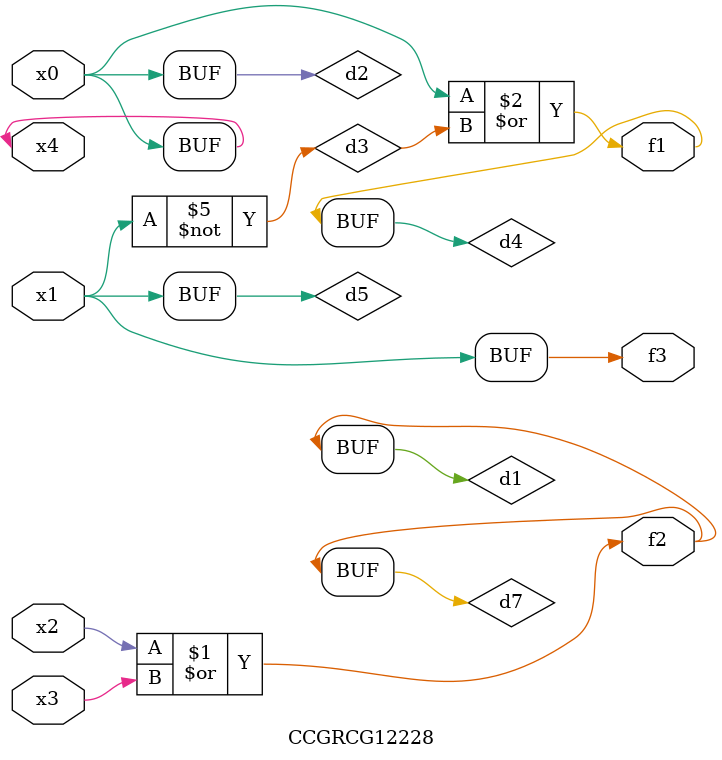
<source format=v>
module CCGRCG12228(
	input x0, x1, x2, x3, x4,
	output f1, f2, f3
);

	wire d1, d2, d3, d4, d5, d6, d7;

	or (d1, x2, x3);
	buf (d2, x0, x4);
	not (d3, x1);
	or (d4, d2, d3);
	not (d5, d3);
	nand (d6, d1, d3);
	or (d7, d1);
	assign f1 = d4;
	assign f2 = d7;
	assign f3 = d5;
endmodule

</source>
